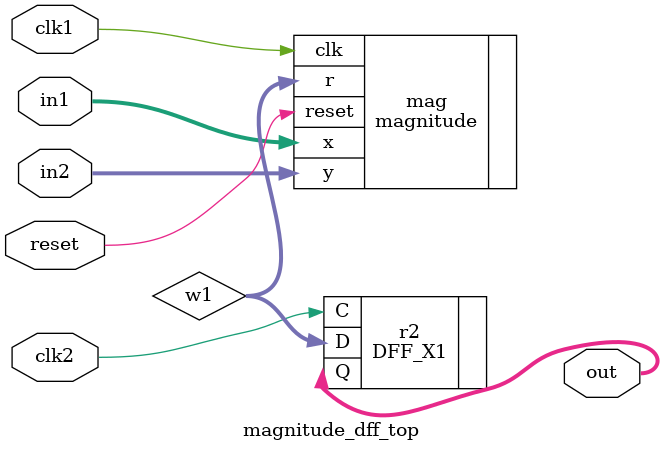
<source format=v>
module magnitude_dff_top (in1, in2, clk1, clk2, out, reset);
  input [7:0] in1, in2;
  input clk1, clk2;
  input reset;
  output [7:0] out;
  
  wire [7:0] w1;

  magnitude mag (.x(in1), .y(in2), .r(w1),.reset(reset),.clk(clk1));
  DFF_X1 r2 (.D(w1), .C(clk2), .Q(out));
endmodule  

</source>
